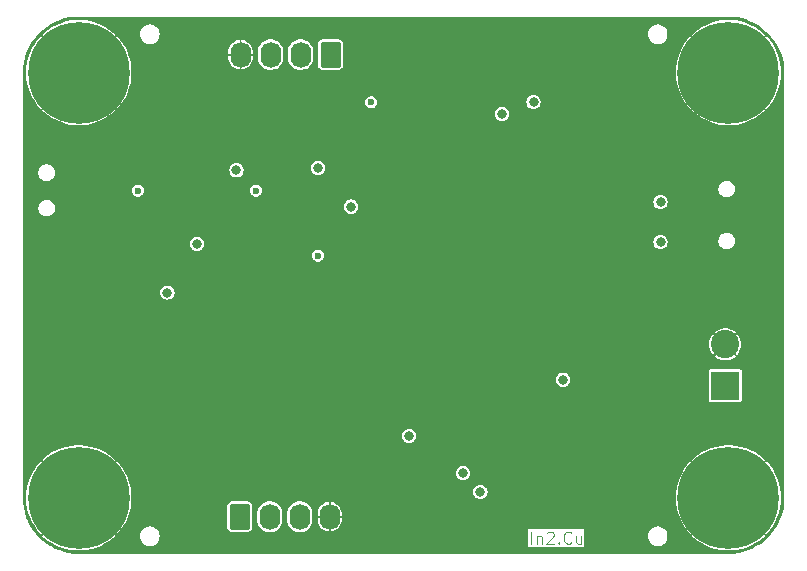
<source format=gbr>
%TF.GenerationSoftware,KiCad,Pcbnew,8.0.1*%
%TF.CreationDate,2024-04-03T13:36:13+02:00*%
%TF.ProjectId,stm32f405_v8,73746d33-3266-4343-9035-5f76382e6b69,rev?*%
%TF.SameCoordinates,Original*%
%TF.FileFunction,Copper,L3,Inr*%
%TF.FilePolarity,Positive*%
%FSLAX46Y46*%
G04 Gerber Fmt 4.6, Leading zero omitted, Abs format (unit mm)*
G04 Created by KiCad (PCBNEW 8.0.1) date 2024-04-03 13:36:13*
%MOMM*%
%LPD*%
G01*
G04 APERTURE LIST*
G04 Aperture macros list*
%AMRoundRect*
0 Rectangle with rounded corners*
0 $1 Rounding radius*
0 $2 $3 $4 $5 $6 $7 $8 $9 X,Y pos of 4 corners*
0 Add a 4 corners polygon primitive as box body*
4,1,4,$2,$3,$4,$5,$6,$7,$8,$9,$2,$3,0*
0 Add four circle primitives for the rounded corners*
1,1,$1+$1,$2,$3*
1,1,$1+$1,$4,$5*
1,1,$1+$1,$6,$7*
1,1,$1+$1,$8,$9*
0 Add four rect primitives between the rounded corners*
20,1,$1+$1,$2,$3,$4,$5,0*
20,1,$1+$1,$4,$5,$6,$7,0*
20,1,$1+$1,$6,$7,$8,$9,0*
20,1,$1+$1,$8,$9,$2,$3,0*%
G04 Aperture macros list end*
%ADD10C,0.100000*%
%TA.AperFunction,NonConductor*%
%ADD11C,0.100000*%
%TD*%
%TA.AperFunction,ComponentPad*%
%ADD12RoundRect,0.250000X-0.620000X-0.845000X0.620000X-0.845000X0.620000X0.845000X-0.620000X0.845000X0*%
%TD*%
%TA.AperFunction,ComponentPad*%
%ADD13O,1.740000X2.190000*%
%TD*%
%TA.AperFunction,ComponentPad*%
%ADD14RoundRect,0.250000X0.620000X0.845000X-0.620000X0.845000X-0.620000X-0.845000X0.620000X-0.845000X0*%
%TD*%
%TA.AperFunction,ComponentPad*%
%ADD15C,0.900000*%
%TD*%
%TA.AperFunction,ComponentPad*%
%ADD16C,8.600000*%
%TD*%
%TA.AperFunction,ComponentPad*%
%ADD17R,2.400000X2.400000*%
%TD*%
%TA.AperFunction,ComponentPad*%
%ADD18C,2.400000*%
%TD*%
%TA.AperFunction,ViaPad*%
%ADD19C,0.600000*%
%TD*%
%TA.AperFunction,ViaPad*%
%ADD20C,0.800000*%
%TD*%
G04 APERTURE END LIST*
D10*
D11*
X118303884Y-119872419D02*
X118303884Y-118872419D01*
X118780074Y-119205752D02*
X118780074Y-119872419D01*
X118780074Y-119300990D02*
X118827693Y-119253371D01*
X118827693Y-119253371D02*
X118922931Y-119205752D01*
X118922931Y-119205752D02*
X119065788Y-119205752D01*
X119065788Y-119205752D02*
X119161026Y-119253371D01*
X119161026Y-119253371D02*
X119208645Y-119348609D01*
X119208645Y-119348609D02*
X119208645Y-119872419D01*
X119637217Y-118967657D02*
X119684836Y-118920038D01*
X119684836Y-118920038D02*
X119780074Y-118872419D01*
X119780074Y-118872419D02*
X120018169Y-118872419D01*
X120018169Y-118872419D02*
X120113407Y-118920038D01*
X120113407Y-118920038D02*
X120161026Y-118967657D01*
X120161026Y-118967657D02*
X120208645Y-119062895D01*
X120208645Y-119062895D02*
X120208645Y-119158133D01*
X120208645Y-119158133D02*
X120161026Y-119300990D01*
X120161026Y-119300990D02*
X119589598Y-119872419D01*
X119589598Y-119872419D02*
X120208645Y-119872419D01*
X120637217Y-119777180D02*
X120684836Y-119824800D01*
X120684836Y-119824800D02*
X120637217Y-119872419D01*
X120637217Y-119872419D02*
X120589598Y-119824800D01*
X120589598Y-119824800D02*
X120637217Y-119777180D01*
X120637217Y-119777180D02*
X120637217Y-119872419D01*
X121684835Y-119777180D02*
X121637216Y-119824800D01*
X121637216Y-119824800D02*
X121494359Y-119872419D01*
X121494359Y-119872419D02*
X121399121Y-119872419D01*
X121399121Y-119872419D02*
X121256264Y-119824800D01*
X121256264Y-119824800D02*
X121161026Y-119729561D01*
X121161026Y-119729561D02*
X121113407Y-119634323D01*
X121113407Y-119634323D02*
X121065788Y-119443847D01*
X121065788Y-119443847D02*
X121065788Y-119300990D01*
X121065788Y-119300990D02*
X121113407Y-119110514D01*
X121113407Y-119110514D02*
X121161026Y-119015276D01*
X121161026Y-119015276D02*
X121256264Y-118920038D01*
X121256264Y-118920038D02*
X121399121Y-118872419D01*
X121399121Y-118872419D02*
X121494359Y-118872419D01*
X121494359Y-118872419D02*
X121637216Y-118920038D01*
X121637216Y-118920038D02*
X121684835Y-118967657D01*
X122541978Y-119205752D02*
X122541978Y-119872419D01*
X122113407Y-119205752D02*
X122113407Y-119729561D01*
X122113407Y-119729561D02*
X122161026Y-119824800D01*
X122161026Y-119824800D02*
X122256264Y-119872419D01*
X122256264Y-119872419D02*
X122399121Y-119872419D01*
X122399121Y-119872419D02*
X122494359Y-119824800D01*
X122494359Y-119824800D02*
X122541978Y-119777180D01*
D12*
%TO.N,+3.3V*%
%TO.C,J4*%
X93620000Y-117600000D03*
D13*
%TO.N,UART3_TX*%
X96160000Y-117600000D03*
%TO.N,UART3_RX*%
X98700000Y-117600000D03*
%TO.N,GND*%
X101240000Y-117600000D03*
%TD*%
D14*
%TO.N,+3.3V*%
%TO.C,J3*%
X101310000Y-78480000D03*
D13*
%TO.N,I2C_SCL*%
X98770000Y-78480000D03*
%TO.N,I2C_SDA*%
X96230000Y-78480000D03*
%TO.N,GND*%
X93690000Y-78480000D03*
%TD*%
D15*
%TO.N,GND*%
%TO.C,H2*%
X131775000Y-116000000D03*
X132719581Y-113719581D03*
X132719581Y-118280419D03*
X135000000Y-112775000D03*
D16*
X135000000Y-116000000D03*
D15*
X135000000Y-119225000D03*
X137280419Y-113719581D03*
X137280419Y-118280419D03*
X138225000Y-116000000D03*
%TD*%
D17*
%TO.N,+12V*%
%TO.C,J1*%
X134725000Y-106500000D03*
D18*
%TO.N,GND*%
X134725000Y-103000000D03*
%TD*%
D15*
%TO.N,GND*%
%TO.C,H1*%
X131775000Y-80000000D03*
X132719581Y-77719581D03*
X132719581Y-82280419D03*
X135000000Y-76775000D03*
D16*
X135000000Y-80000000D03*
D15*
X135000000Y-83225000D03*
X137280419Y-77719581D03*
X137280419Y-82280419D03*
X138225000Y-80000000D03*
%TD*%
%TO.N,GND*%
%TO.C,H4*%
X76775000Y-80000000D03*
X77719581Y-77719581D03*
X77719581Y-82280419D03*
X80000000Y-76775000D03*
D16*
X80000000Y-80000000D03*
D15*
X80000000Y-83225000D03*
X82280419Y-77719581D03*
X82280419Y-82280419D03*
X83225000Y-80000000D03*
%TD*%
%TO.N,GND*%
%TO.C,H3*%
X76775000Y-116000000D03*
X77719581Y-113719581D03*
X77719581Y-118280419D03*
X80000000Y-112775000D03*
D16*
X80000000Y-116000000D03*
D15*
X80000000Y-119225000D03*
X82280419Y-113719581D03*
X82280419Y-118280419D03*
X83225000Y-116000000D03*
%TD*%
D19*
%TO.N,GND*%
X97500000Y-102000000D03*
X96900000Y-83200000D03*
X100225000Y-90675000D03*
X96375000Y-106125000D03*
X109950000Y-89050000D03*
X98525000Y-106800000D03*
X99000000Y-83100000D03*
D20*
%TO.N,+3.3V*%
X121000000Y-106000000D03*
X107975000Y-110750000D03*
X100250000Y-88075000D03*
X112525000Y-113925000D03*
X114000000Y-115500000D03*
X103050000Y-91350000D03*
X87500000Y-98625000D03*
X115823800Y-83500000D03*
X90002400Y-94497600D03*
X93350000Y-88275000D03*
X118500000Y-82500000D03*
D19*
%TO.N,BOOT0*%
X95000000Y-90000000D03*
X85000000Y-90000000D03*
D20*
%TO.N,+5V*%
X129250000Y-94350000D03*
X129250000Y-90950000D03*
D19*
%TO.N,NRST*%
X104750000Y-82500000D03*
X100250000Y-95500000D03*
%TD*%
%TA.AperFunction,Conductor*%
%TO.N,GND*%
G36*
X135001649Y-75254572D02*
G01*
X135410316Y-75272414D01*
X135416836Y-75272984D01*
X135820819Y-75326170D01*
X135827245Y-75327304D01*
X136225026Y-75415489D01*
X136231346Y-75417183D01*
X136619926Y-75539703D01*
X136626091Y-75541946D01*
X136746819Y-75591952D01*
X137002520Y-75697867D01*
X137008444Y-75700630D01*
X137369841Y-75888762D01*
X137375506Y-75892032D01*
X137475596Y-75955796D01*
X137719138Y-76110950D01*
X137724512Y-76114713D01*
X138047747Y-76362740D01*
X138052772Y-76366957D01*
X138222635Y-76522608D01*
X138353160Y-76642212D01*
X138357793Y-76646845D01*
X138633042Y-76947227D01*
X138637259Y-76952252D01*
X138885286Y-77275487D01*
X138889049Y-77280861D01*
X139052659Y-77537677D01*
X139094437Y-77603255D01*
X139107962Y-77624484D01*
X139111242Y-77630166D01*
X139299364Y-77991545D01*
X139302137Y-77997490D01*
X139458053Y-78373908D01*
X139460296Y-78380073D01*
X139582816Y-78768653D01*
X139584514Y-78774990D01*
X139672692Y-79172737D01*
X139673832Y-79179197D01*
X139727014Y-79583155D01*
X139727585Y-79589691D01*
X139745428Y-79998350D01*
X139745500Y-80001630D01*
X139745500Y-115998369D01*
X139745428Y-116001649D01*
X139727585Y-116410308D01*
X139727014Y-116416844D01*
X139673832Y-116820802D01*
X139672692Y-116827262D01*
X139584514Y-117225009D01*
X139582816Y-117231346D01*
X139460296Y-117619926D01*
X139458053Y-117626091D01*
X139302137Y-118002509D01*
X139299364Y-118008454D01*
X139111242Y-118369833D01*
X139107962Y-118375515D01*
X138889049Y-118719138D01*
X138885286Y-118724512D01*
X138637259Y-119047747D01*
X138633042Y-119052772D01*
X138357793Y-119353154D01*
X138353154Y-119357793D01*
X138052772Y-119633042D01*
X138047747Y-119637259D01*
X137724512Y-119885286D01*
X137719138Y-119889049D01*
X137375515Y-120107962D01*
X137369833Y-120111242D01*
X137008454Y-120299364D01*
X137002509Y-120302137D01*
X136626091Y-120458053D01*
X136619926Y-120460296D01*
X136231346Y-120582816D01*
X136225009Y-120584514D01*
X135827262Y-120672692D01*
X135820802Y-120673832D01*
X135416844Y-120727014D01*
X135410308Y-120727585D01*
X135001649Y-120745428D01*
X134998369Y-120745500D01*
X80001631Y-120745500D01*
X79998351Y-120745428D01*
X79589691Y-120727585D01*
X79583155Y-120727014D01*
X79179197Y-120673832D01*
X79172737Y-120672692D01*
X78774990Y-120584514D01*
X78768653Y-120582816D01*
X78380073Y-120460296D01*
X78373908Y-120458053D01*
X77997490Y-120302137D01*
X77991545Y-120299364D01*
X77630166Y-120111242D01*
X77624484Y-120107962D01*
X77581377Y-120080500D01*
X77475507Y-120013053D01*
X77280861Y-119889049D01*
X77275487Y-119885286D01*
X76952252Y-119637259D01*
X76947227Y-119633042D01*
X76649209Y-119359959D01*
X76646839Y-119357787D01*
X76642212Y-119353160D01*
X76446924Y-119140041D01*
X76366957Y-119052772D01*
X76362740Y-119047747D01*
X76114713Y-118724512D01*
X76110950Y-118719138D01*
X76071051Y-118656509D01*
X75892032Y-118375506D01*
X75888762Y-118369841D01*
X75700630Y-118008444D01*
X75697867Y-118002520D01*
X75563585Y-117678333D01*
X75541946Y-117626091D01*
X75539703Y-117619926D01*
X75417183Y-117231346D01*
X75415489Y-117225026D01*
X75327304Y-116827245D01*
X75326170Y-116820819D01*
X75272984Y-116416836D01*
X75272414Y-116410308D01*
X75269894Y-116352600D01*
X75254572Y-116001649D01*
X75254536Y-116000000D01*
X75542551Y-116000000D01*
X75562734Y-116423697D01*
X75623103Y-116843578D01*
X75623103Y-116843580D01*
X75723109Y-117255811D01*
X75861847Y-117656668D01*
X76038051Y-118042502D01*
X76038063Y-118042525D01*
X76250154Y-118409877D01*
X76250155Y-118409878D01*
X76496205Y-118755408D01*
X76496214Y-118755420D01*
X76773989Y-119075989D01*
X76773997Y-119075997D01*
X76795620Y-119096614D01*
X76795622Y-119096614D01*
X78425838Y-117466397D01*
X78533601Y-117574160D01*
X76905948Y-119201812D01*
X77080997Y-119368719D01*
X77081000Y-119368722D01*
X77414419Y-119630925D01*
X77414434Y-119630936D01*
X77771276Y-119860264D01*
X78148294Y-120054631D01*
X78148316Y-120054641D01*
X78542109Y-120212292D01*
X78949114Y-120331800D01*
X79365637Y-120412078D01*
X79365640Y-120412079D01*
X79787895Y-120452399D01*
X79787899Y-120452400D01*
X80212101Y-120452400D01*
X80212104Y-120452399D01*
X80634359Y-120412079D01*
X80634362Y-120412078D01*
X81050885Y-120331800D01*
X81457890Y-120212292D01*
X81851685Y-120054640D01*
X81851694Y-120054636D01*
X82228724Y-119860264D01*
X82585565Y-119630936D01*
X82585580Y-119630925D01*
X82918999Y-119368722D01*
X82919001Y-119368720D01*
X83043512Y-119250000D01*
X85164925Y-119250000D01*
X85183173Y-119423622D01*
X85183173Y-119423623D01*
X85237118Y-119589651D01*
X85237121Y-119589658D01*
X85324409Y-119740845D01*
X85441227Y-119870583D01*
X85441232Y-119870587D01*
X85582458Y-119973194D01*
X85582461Y-119973195D01*
X85582462Y-119973196D01*
X85741948Y-120044204D01*
X85912711Y-120080500D01*
X85912713Y-120080500D01*
X86087287Y-120080500D01*
X86087289Y-120080500D01*
X86258052Y-120044204D01*
X86417538Y-119973196D01*
X86558774Y-119870582D01*
X86675590Y-119740845D01*
X86688393Y-119718669D01*
X86762878Y-119589658D01*
X86762881Y-119589651D01*
X86782774Y-119528427D01*
X86816827Y-119423622D01*
X86835075Y-119250000D01*
X86816827Y-119076378D01*
X86782774Y-118971573D01*
X86762881Y-118910348D01*
X86762878Y-118910341D01*
X86675590Y-118759154D01*
X86558772Y-118629416D01*
X86558767Y-118629412D01*
X86417541Y-118526805D01*
X86355703Y-118499273D01*
X92549500Y-118499273D01*
X92552353Y-118529692D01*
X92552354Y-118529699D01*
X92552355Y-118529701D01*
X92597205Y-118657879D01*
X92597207Y-118657882D01*
X92677850Y-118767150D01*
X92786586Y-118847400D01*
X92787117Y-118847792D01*
X92787120Y-118847794D01*
X92805888Y-118854361D01*
X92915301Y-118892646D01*
X92929347Y-118893963D01*
X92945727Y-118895500D01*
X92945734Y-118895500D01*
X94294272Y-118895500D01*
X94308312Y-118894182D01*
X94324699Y-118892646D01*
X94452882Y-118847793D01*
X94562150Y-118767150D01*
X94642793Y-118657882D01*
X94687646Y-118529699D01*
X94689073Y-118514482D01*
X94690500Y-118499273D01*
X94690500Y-117930435D01*
X95089500Y-117930435D01*
X95127846Y-118123219D01*
X95130638Y-118137253D01*
X95211335Y-118332072D01*
X95328488Y-118507404D01*
X95328490Y-118507406D01*
X95328492Y-118507409D01*
X95477590Y-118656507D01*
X95477593Y-118656509D01*
X95477596Y-118656512D01*
X95652928Y-118773665D01*
X95847747Y-118854362D01*
X95985625Y-118881787D01*
X96054564Y-118895500D01*
X96054565Y-118895500D01*
X96265436Y-118895500D01*
X96317139Y-118885215D01*
X96472253Y-118854362D01*
X96667072Y-118773665D01*
X96842404Y-118656512D01*
X96991512Y-118507404D01*
X97108665Y-118332072D01*
X97189362Y-118137253D01*
X97230500Y-117930435D01*
X97629500Y-117930435D01*
X97667846Y-118123219D01*
X97670638Y-118137253D01*
X97751335Y-118332072D01*
X97868488Y-118507404D01*
X97868490Y-118507406D01*
X97868492Y-118507409D01*
X98017590Y-118656507D01*
X98017593Y-118656509D01*
X98017596Y-118656512D01*
X98192928Y-118773665D01*
X98387747Y-118854362D01*
X98525625Y-118881787D01*
X98594564Y-118895500D01*
X98594565Y-118895500D01*
X98805436Y-118895500D01*
X98857139Y-118885215D01*
X99012253Y-118854362D01*
X99207072Y-118773665D01*
X99382404Y-118656512D01*
X99531512Y-118507404D01*
X99648665Y-118332072D01*
X99729362Y-118137253D01*
X99770500Y-117930435D01*
X99770500Y-117925698D01*
X100217600Y-117925698D01*
X100256889Y-118123219D01*
X100256890Y-118123222D01*
X100333960Y-118309286D01*
X100445852Y-118476744D01*
X100445854Y-118476747D01*
X100588252Y-118619145D01*
X100588255Y-118619147D01*
X100755713Y-118731039D01*
X100941777Y-118808109D01*
X100941780Y-118808110D01*
X101139301Y-118847400D01*
X101163800Y-118847400D01*
X101163800Y-118195000D01*
X101316200Y-118195000D01*
X101316200Y-118847400D01*
X101340699Y-118847400D01*
X101538219Y-118808110D01*
X101538222Y-118808109D01*
X101724286Y-118731039D01*
X101891744Y-118619147D01*
X101891747Y-118619145D01*
X101897700Y-118613192D01*
X118048384Y-118613192D01*
X118048384Y-120131646D01*
X122797478Y-120131646D01*
X122797478Y-119250000D01*
X128164925Y-119250000D01*
X128183173Y-119423622D01*
X128183173Y-119423623D01*
X128237118Y-119589651D01*
X128237121Y-119589658D01*
X128324409Y-119740845D01*
X128441227Y-119870583D01*
X128441232Y-119870587D01*
X128582458Y-119973194D01*
X128582461Y-119973195D01*
X128582462Y-119973196D01*
X128741948Y-120044204D01*
X128912711Y-120080500D01*
X128912713Y-120080500D01*
X129087287Y-120080500D01*
X129087289Y-120080500D01*
X129258052Y-120044204D01*
X129417538Y-119973196D01*
X129558774Y-119870582D01*
X129675590Y-119740845D01*
X129688393Y-119718669D01*
X129762878Y-119589658D01*
X129762881Y-119589651D01*
X129782774Y-119528427D01*
X129816827Y-119423622D01*
X129835075Y-119250000D01*
X129816827Y-119076378D01*
X129782774Y-118971573D01*
X129762881Y-118910348D01*
X129762878Y-118910341D01*
X129675590Y-118759154D01*
X129558772Y-118629416D01*
X129558767Y-118629412D01*
X129417541Y-118526805D01*
X129258053Y-118455796D01*
X129201131Y-118443697D01*
X129087289Y-118419500D01*
X128912711Y-118419500D01*
X128827329Y-118437648D01*
X128741946Y-118455796D01*
X128582459Y-118526805D01*
X128441232Y-118629412D01*
X128441227Y-118629416D01*
X128324409Y-118759154D01*
X128237121Y-118910341D01*
X128237118Y-118910348D01*
X128183173Y-119076376D01*
X128183173Y-119076377D01*
X128164925Y-119249999D01*
X128164925Y-119250000D01*
X122797478Y-119250000D01*
X122797478Y-118613192D01*
X118048384Y-118613192D01*
X101897700Y-118613192D01*
X102034145Y-118476747D01*
X102034147Y-118476744D01*
X102146039Y-118309286D01*
X102223109Y-118123222D01*
X102223110Y-118123219D01*
X102262400Y-117925698D01*
X102262400Y-117676200D01*
X101835000Y-117676200D01*
X101835000Y-117523800D01*
X102262400Y-117523800D01*
X102262400Y-117274301D01*
X102223110Y-117076780D01*
X102223109Y-117076777D01*
X102146039Y-116890713D01*
X102034147Y-116723255D01*
X102034145Y-116723252D01*
X101891747Y-116580854D01*
X101891744Y-116580852D01*
X101724286Y-116468960D01*
X101538222Y-116391890D01*
X101538219Y-116391889D01*
X101340699Y-116352600D01*
X101316200Y-116352600D01*
X101316200Y-117005000D01*
X101163800Y-117005000D01*
X101163800Y-116352600D01*
X101139301Y-116352600D01*
X100941780Y-116391889D01*
X100941777Y-116391890D01*
X100755713Y-116468960D01*
X100588255Y-116580852D01*
X100588252Y-116580854D01*
X100445854Y-116723252D01*
X100445852Y-116723255D01*
X100333960Y-116890713D01*
X100256890Y-117076777D01*
X100256889Y-117076780D01*
X100217600Y-117274301D01*
X100217600Y-117523800D01*
X100645000Y-117523800D01*
X100645000Y-117676200D01*
X100217600Y-117676200D01*
X100217600Y-117925698D01*
X99770500Y-117925698D01*
X99770500Y-117269565D01*
X99763557Y-117234662D01*
X99741522Y-117123882D01*
X99729362Y-117062747D01*
X99648665Y-116867928D01*
X99531512Y-116692596D01*
X99531509Y-116692593D01*
X99531507Y-116692590D01*
X99382409Y-116543492D01*
X99382406Y-116543490D01*
X99382404Y-116543488D01*
X99207072Y-116426335D01*
X99200703Y-116423697D01*
X99123912Y-116391889D01*
X99012253Y-116345638D01*
X99012251Y-116345637D01*
X99012250Y-116345637D01*
X98805436Y-116304500D01*
X98805435Y-116304500D01*
X98594565Y-116304500D01*
X98594564Y-116304500D01*
X98387749Y-116345637D01*
X98387747Y-116345638D01*
X98192929Y-116426334D01*
X98017593Y-116543490D01*
X98017590Y-116543492D01*
X97868492Y-116692590D01*
X97868490Y-116692593D01*
X97751334Y-116867929D01*
X97670638Y-117062747D01*
X97670637Y-117062749D01*
X97629500Y-117269564D01*
X97629500Y-117930435D01*
X97230500Y-117930435D01*
X97230500Y-117269565D01*
X97223557Y-117234662D01*
X97201522Y-117123882D01*
X97189362Y-117062747D01*
X97108665Y-116867928D01*
X96991512Y-116692596D01*
X96991509Y-116692593D01*
X96991507Y-116692590D01*
X96842409Y-116543492D01*
X96842406Y-116543490D01*
X96842404Y-116543488D01*
X96667072Y-116426335D01*
X96660703Y-116423697D01*
X96583912Y-116391889D01*
X96472253Y-116345638D01*
X96472251Y-116345637D01*
X96472250Y-116345637D01*
X96265436Y-116304500D01*
X96265435Y-116304500D01*
X96054565Y-116304500D01*
X96054564Y-116304500D01*
X95847749Y-116345637D01*
X95847747Y-116345638D01*
X95652929Y-116426334D01*
X95477593Y-116543490D01*
X95477590Y-116543492D01*
X95328492Y-116692590D01*
X95328490Y-116692593D01*
X95211334Y-116867929D01*
X95130638Y-117062747D01*
X95130637Y-117062749D01*
X95089500Y-117269564D01*
X95089500Y-117930435D01*
X94690500Y-117930435D01*
X94690500Y-116700726D01*
X94688869Y-116683343D01*
X94687646Y-116670301D01*
X94643273Y-116543490D01*
X94642794Y-116542120D01*
X94642792Y-116542117D01*
X94562150Y-116432850D01*
X94452882Y-116352207D01*
X94452879Y-116352205D01*
X94355470Y-116318121D01*
X94324699Y-116307354D01*
X94324694Y-116307353D01*
X94324692Y-116307353D01*
X94294273Y-116304500D01*
X94294266Y-116304500D01*
X92945734Y-116304500D01*
X92945727Y-116304500D01*
X92915307Y-116307353D01*
X92915303Y-116307353D01*
X92915301Y-116307354D01*
X92915298Y-116307354D01*
X92915298Y-116307355D01*
X92787120Y-116352205D01*
X92787117Y-116352207D01*
X92677850Y-116432850D01*
X92597207Y-116542117D01*
X92597205Y-116542120D01*
X92552355Y-116670298D01*
X92552353Y-116670307D01*
X92549500Y-116700726D01*
X92549500Y-118499273D01*
X86355703Y-118499273D01*
X86258053Y-118455796D01*
X86201131Y-118443697D01*
X86087289Y-118419500D01*
X85912711Y-118419500D01*
X85827329Y-118437648D01*
X85741946Y-118455796D01*
X85582459Y-118526805D01*
X85441232Y-118629412D01*
X85441227Y-118629416D01*
X85324409Y-118759154D01*
X85237121Y-118910341D01*
X85237118Y-118910348D01*
X85183173Y-119076376D01*
X85183173Y-119076377D01*
X85164925Y-119249999D01*
X85164925Y-119250000D01*
X83043512Y-119250000D01*
X83094050Y-119201812D01*
X81466398Y-117574160D01*
X81574160Y-117466398D01*
X83204376Y-119096614D01*
X83204377Y-119096614D01*
X83226011Y-119075988D01*
X83503785Y-118755420D01*
X83503794Y-118755408D01*
X83749844Y-118409878D01*
X83749845Y-118409877D01*
X83961936Y-118042525D01*
X83961948Y-118042502D01*
X84138152Y-117656668D01*
X84276890Y-117255811D01*
X84376896Y-116843580D01*
X84376896Y-116843578D01*
X84437265Y-116423697D01*
X84457448Y-116000000D01*
X84437265Y-115576302D01*
X84426295Y-115500000D01*
X113394318Y-115500000D01*
X113414956Y-115656763D01*
X113475463Y-115802839D01*
X113475465Y-115802842D01*
X113571717Y-115928282D01*
X113649801Y-115988197D01*
X113697159Y-116024536D01*
X113843238Y-116085044D01*
X114000000Y-116105682D01*
X114156762Y-116085044D01*
X114302841Y-116024536D01*
X114334817Y-116000000D01*
X130542551Y-116000000D01*
X130562734Y-116423697D01*
X130623103Y-116843578D01*
X130623103Y-116843580D01*
X130723109Y-117255811D01*
X130861847Y-117656668D01*
X131038051Y-118042502D01*
X131038063Y-118042525D01*
X131250154Y-118409877D01*
X131250155Y-118409878D01*
X131496205Y-118755408D01*
X131496214Y-118755420D01*
X131773989Y-119075989D01*
X131773997Y-119075997D01*
X131795620Y-119096614D01*
X131795622Y-119096614D01*
X133425838Y-117466397D01*
X133533601Y-117574160D01*
X131905948Y-119201812D01*
X132080997Y-119368719D01*
X132081000Y-119368722D01*
X132414419Y-119630925D01*
X132414434Y-119630936D01*
X132771276Y-119860264D01*
X133148294Y-120054631D01*
X133148316Y-120054641D01*
X133542109Y-120212292D01*
X133949114Y-120331800D01*
X134365637Y-120412078D01*
X134365640Y-120412079D01*
X134787895Y-120452399D01*
X134787899Y-120452400D01*
X135212101Y-120452400D01*
X135212104Y-120452399D01*
X135634359Y-120412079D01*
X135634362Y-120412078D01*
X136050885Y-120331800D01*
X136457890Y-120212292D01*
X136851685Y-120054640D01*
X136851694Y-120054636D01*
X137228724Y-119860264D01*
X137585565Y-119630936D01*
X137585580Y-119630925D01*
X137918999Y-119368722D01*
X137919001Y-119368720D01*
X138094050Y-119201812D01*
X136466398Y-117574160D01*
X136574160Y-117466398D01*
X138204376Y-119096614D01*
X138204377Y-119096614D01*
X138226011Y-119075988D01*
X138503785Y-118755420D01*
X138503794Y-118755408D01*
X138749844Y-118409878D01*
X138749845Y-118409877D01*
X138961936Y-118042525D01*
X138961948Y-118042502D01*
X139138152Y-117656668D01*
X139276890Y-117255811D01*
X139376896Y-116843580D01*
X139376896Y-116843578D01*
X139437265Y-116423697D01*
X139457448Y-116000000D01*
X139437265Y-115576302D01*
X139376896Y-115156421D01*
X139376896Y-115156419D01*
X139276890Y-114744188D01*
X139138152Y-114343331D01*
X138961948Y-113957497D01*
X138961936Y-113957474D01*
X138749845Y-113590122D01*
X138749844Y-113590121D01*
X138503794Y-113244591D01*
X138503785Y-113244579D01*
X138226010Y-112924010D01*
X138226002Y-112924002D01*
X138204378Y-112903384D01*
X138204376Y-112903384D01*
X136574159Y-114533600D01*
X136466398Y-114425839D01*
X138094050Y-112798186D01*
X137919002Y-112631280D01*
X137918999Y-112631277D01*
X137585580Y-112369074D01*
X137585565Y-112369063D01*
X137228724Y-112139735D01*
X136851694Y-111945363D01*
X136851685Y-111945359D01*
X136457890Y-111787707D01*
X136050885Y-111668199D01*
X135634362Y-111587921D01*
X135634359Y-111587920D01*
X135212104Y-111547600D01*
X134787895Y-111547600D01*
X134365640Y-111587920D01*
X134365637Y-111587921D01*
X133949114Y-111668199D01*
X133542109Y-111787707D01*
X133148316Y-111945358D01*
X133148294Y-111945368D01*
X132771276Y-112139735D01*
X132414434Y-112369063D01*
X132414419Y-112369074D01*
X132081000Y-112631277D01*
X132080997Y-112631280D01*
X131905948Y-112798186D01*
X133533601Y-114425839D01*
X133425839Y-114533601D01*
X131795622Y-112903384D01*
X131795621Y-112903384D01*
X131773993Y-112924006D01*
X131496214Y-113244579D01*
X131496205Y-113244591D01*
X131250155Y-113590121D01*
X131250154Y-113590122D01*
X131038063Y-113957474D01*
X131038051Y-113957497D01*
X130861847Y-114343331D01*
X130723109Y-114744188D01*
X130623103Y-115156419D01*
X130623103Y-115156421D01*
X130562734Y-115576302D01*
X130542551Y-116000000D01*
X114334817Y-116000000D01*
X114428282Y-115928282D01*
X114524536Y-115802841D01*
X114585044Y-115656762D01*
X114605682Y-115500000D01*
X114585044Y-115343238D01*
X114524536Y-115197159D01*
X114488197Y-115149801D01*
X114428282Y-115071717D01*
X114302842Y-114975465D01*
X114302841Y-114975464D01*
X114302839Y-114975463D01*
X114156763Y-114914956D01*
X114000000Y-114894318D01*
X113843236Y-114914956D01*
X113697160Y-114975463D01*
X113697157Y-114975465D01*
X113571717Y-115071717D01*
X113475465Y-115197157D01*
X113475463Y-115197160D01*
X113414956Y-115343236D01*
X113394318Y-115500000D01*
X84426295Y-115500000D01*
X84376896Y-115156421D01*
X84376896Y-115156419D01*
X84276890Y-114744188D01*
X84138152Y-114343331D01*
X83961948Y-113957497D01*
X83961936Y-113957474D01*
X83943187Y-113925000D01*
X111919318Y-113925000D01*
X111939956Y-114081763D01*
X112000463Y-114227839D01*
X112000465Y-114227842D01*
X112096717Y-114353282D01*
X112174801Y-114413197D01*
X112222159Y-114449536D01*
X112368238Y-114510044D01*
X112525000Y-114530682D01*
X112681762Y-114510044D01*
X112827841Y-114449536D01*
X112953282Y-114353282D01*
X113049536Y-114227841D01*
X113110044Y-114081762D01*
X113130682Y-113925000D01*
X113110044Y-113768238D01*
X113049536Y-113622159D01*
X113013197Y-113574801D01*
X112953282Y-113496717D01*
X112827842Y-113400465D01*
X112827841Y-113400464D01*
X112827839Y-113400463D01*
X112681763Y-113339956D01*
X112525000Y-113319318D01*
X112368236Y-113339956D01*
X112222160Y-113400463D01*
X112222157Y-113400465D01*
X112096717Y-113496717D01*
X112000465Y-113622157D01*
X112000463Y-113622160D01*
X111939956Y-113768236D01*
X111919318Y-113925000D01*
X83943187Y-113925000D01*
X83749845Y-113590122D01*
X83749844Y-113590121D01*
X83503794Y-113244591D01*
X83503785Y-113244579D01*
X83226010Y-112924010D01*
X83226002Y-112924002D01*
X83204378Y-112903384D01*
X83204376Y-112903384D01*
X81574159Y-114533600D01*
X81466398Y-114425839D01*
X83094050Y-112798186D01*
X82919002Y-112631280D01*
X82918999Y-112631277D01*
X82585580Y-112369074D01*
X82585565Y-112369063D01*
X82228724Y-112139735D01*
X81851694Y-111945363D01*
X81851685Y-111945359D01*
X81457890Y-111787707D01*
X81050885Y-111668199D01*
X80634362Y-111587921D01*
X80634359Y-111587920D01*
X80212104Y-111547600D01*
X79787895Y-111547600D01*
X79365640Y-111587920D01*
X79365637Y-111587921D01*
X78949114Y-111668199D01*
X78542109Y-111787707D01*
X78148316Y-111945358D01*
X78148294Y-111945368D01*
X77771276Y-112139735D01*
X77414434Y-112369063D01*
X77414419Y-112369074D01*
X77081000Y-112631277D01*
X77080997Y-112631280D01*
X76905948Y-112798186D01*
X78533601Y-114425839D01*
X78425839Y-114533601D01*
X76795622Y-112903384D01*
X76795621Y-112903384D01*
X76773993Y-112924006D01*
X76496214Y-113244579D01*
X76496205Y-113244591D01*
X76250155Y-113590121D01*
X76250154Y-113590122D01*
X76038063Y-113957474D01*
X76038051Y-113957497D01*
X75861847Y-114343331D01*
X75723109Y-114744188D01*
X75623103Y-115156419D01*
X75623103Y-115156421D01*
X75562734Y-115576302D01*
X75542551Y-116000000D01*
X75254536Y-116000000D01*
X75254500Y-115998369D01*
X75254500Y-110750000D01*
X107369318Y-110750000D01*
X107389956Y-110906763D01*
X107450463Y-111052839D01*
X107450465Y-111052842D01*
X107546717Y-111178282D01*
X107624801Y-111238197D01*
X107672159Y-111274536D01*
X107818238Y-111335044D01*
X107975000Y-111355682D01*
X108131762Y-111335044D01*
X108277841Y-111274536D01*
X108403282Y-111178282D01*
X108499536Y-111052841D01*
X108560044Y-110906762D01*
X108580682Y-110750000D01*
X108560044Y-110593238D01*
X108499536Y-110447159D01*
X108463197Y-110399801D01*
X108403282Y-110321717D01*
X108277842Y-110225465D01*
X108277841Y-110225464D01*
X108277839Y-110225463D01*
X108131763Y-110164956D01*
X107975000Y-110144318D01*
X107818236Y-110164956D01*
X107672160Y-110225463D01*
X107672157Y-110225465D01*
X107546717Y-110321717D01*
X107450465Y-110447157D01*
X107450463Y-110447160D01*
X107389956Y-110593236D01*
X107369318Y-110750000D01*
X75254500Y-110750000D01*
X75254500Y-107719748D01*
X133324500Y-107719748D01*
X133336132Y-107778229D01*
X133336133Y-107778231D01*
X133380448Y-107844552D01*
X133446769Y-107888867D01*
X133476010Y-107894683D01*
X133505251Y-107900500D01*
X133505252Y-107900500D01*
X135944749Y-107900500D01*
X135964242Y-107896622D01*
X136003231Y-107888867D01*
X136069552Y-107844552D01*
X136113867Y-107778231D01*
X136125500Y-107719748D01*
X136125500Y-105280252D01*
X136113867Y-105221769D01*
X136069552Y-105155448D01*
X136003231Y-105111133D01*
X136003229Y-105111132D01*
X135944749Y-105099500D01*
X135944748Y-105099500D01*
X133505252Y-105099500D01*
X133505251Y-105099500D01*
X133446770Y-105111132D01*
X133446768Y-105111133D01*
X133380448Y-105155448D01*
X133336133Y-105221768D01*
X133336132Y-105221770D01*
X133324500Y-105280251D01*
X133324500Y-107719748D01*
X75254500Y-107719748D01*
X75254500Y-106000000D01*
X120394318Y-106000000D01*
X120414956Y-106156763D01*
X120475463Y-106302839D01*
X120475465Y-106302842D01*
X120571717Y-106428282D01*
X120649801Y-106488197D01*
X120697159Y-106524536D01*
X120843238Y-106585044D01*
X121000000Y-106605682D01*
X121156762Y-106585044D01*
X121302841Y-106524536D01*
X121428282Y-106428282D01*
X121524536Y-106302841D01*
X121585044Y-106156762D01*
X121605682Y-106000000D01*
X121585044Y-105843238D01*
X121524536Y-105697159D01*
X121488197Y-105649801D01*
X121428282Y-105571717D01*
X121302842Y-105475465D01*
X121302841Y-105475464D01*
X121302839Y-105475463D01*
X121156763Y-105414956D01*
X121000000Y-105394318D01*
X120843236Y-105414956D01*
X120697160Y-105475463D01*
X120697157Y-105475465D01*
X120571717Y-105571717D01*
X120475465Y-105697157D01*
X120475463Y-105697160D01*
X120414956Y-105843236D01*
X120394318Y-106000000D01*
X75254500Y-106000000D01*
X75254500Y-103000001D01*
X133367965Y-103000001D01*
X133386472Y-103223357D01*
X133441494Y-103440631D01*
X133441496Y-103440639D01*
X133531520Y-103645871D01*
X133531520Y-103645873D01*
X133654109Y-103833508D01*
X133716237Y-103900997D01*
X133716239Y-103900998D01*
X134246855Y-103370382D01*
X134354617Y-103478144D01*
X133821905Y-104010855D01*
X133821905Y-104010857D01*
X133982773Y-104136065D01*
X134179879Y-104242733D01*
X134179881Y-104242734D01*
X134391865Y-104315508D01*
X134391875Y-104315511D01*
X134612933Y-104352399D01*
X134612940Y-104352400D01*
X134837060Y-104352400D01*
X134837066Y-104352399D01*
X135058124Y-104315511D01*
X135058134Y-104315508D01*
X135270118Y-104242734D01*
X135270120Y-104242733D01*
X135467226Y-104136065D01*
X135628093Y-104010857D01*
X135628093Y-104010855D01*
X135095382Y-103478144D01*
X135203145Y-103370382D01*
X135733760Y-103900997D01*
X135733761Y-103900997D01*
X135795892Y-103833507D01*
X135918476Y-103645879D01*
X135918479Y-103645871D01*
X136008503Y-103440639D01*
X136008505Y-103440631D01*
X136063527Y-103223357D01*
X136082035Y-103000001D01*
X136082035Y-102999998D01*
X136063527Y-102776642D01*
X136008505Y-102559368D01*
X136008503Y-102559360D01*
X135918479Y-102354128D01*
X135918479Y-102354126D01*
X135795890Y-102166491D01*
X135733760Y-102099001D01*
X135203144Y-102629617D01*
X135095382Y-102521855D01*
X135628093Y-101989143D01*
X135628093Y-101989141D01*
X135467225Y-101863933D01*
X135270120Y-101757266D01*
X135270118Y-101757265D01*
X135058134Y-101684491D01*
X135058124Y-101684488D01*
X134837066Y-101647600D01*
X134612933Y-101647600D01*
X134391875Y-101684488D01*
X134391865Y-101684491D01*
X134179881Y-101757265D01*
X134179879Y-101757266D01*
X133982774Y-101863933D01*
X133821905Y-101989141D01*
X133821905Y-101989143D01*
X134354617Y-102521855D01*
X134246855Y-102629617D01*
X133716238Y-102099000D01*
X133716238Y-102099001D01*
X133654109Y-102166491D01*
X133531520Y-102354126D01*
X133531520Y-102354128D01*
X133441496Y-102559360D01*
X133441494Y-102559368D01*
X133386472Y-102776642D01*
X133367965Y-102999998D01*
X133367965Y-103000001D01*
X75254500Y-103000001D01*
X75254500Y-98625000D01*
X86894318Y-98625000D01*
X86914956Y-98781763D01*
X86975463Y-98927839D01*
X86975465Y-98927842D01*
X87071717Y-99053282D01*
X87149801Y-99113197D01*
X87197159Y-99149536D01*
X87343238Y-99210044D01*
X87500000Y-99230682D01*
X87656762Y-99210044D01*
X87802841Y-99149536D01*
X87928282Y-99053282D01*
X88024536Y-98927841D01*
X88085044Y-98781762D01*
X88105682Y-98625000D01*
X88085044Y-98468238D01*
X88024536Y-98322159D01*
X87988197Y-98274801D01*
X87928282Y-98196717D01*
X87802842Y-98100465D01*
X87802841Y-98100464D01*
X87802839Y-98100463D01*
X87656763Y-98039956D01*
X87500000Y-98019318D01*
X87343236Y-98039956D01*
X87197160Y-98100463D01*
X87197157Y-98100465D01*
X87071717Y-98196717D01*
X86975465Y-98322157D01*
X86975463Y-98322160D01*
X86914956Y-98468236D01*
X86894318Y-98625000D01*
X75254500Y-98625000D01*
X75254500Y-95500000D01*
X99744353Y-95500000D01*
X99764835Y-95642459D01*
X99824622Y-95773372D01*
X99824624Y-95773375D01*
X99918872Y-95882143D01*
X100039947Y-95959953D01*
X100178039Y-96000500D01*
X100178042Y-96000500D01*
X100321958Y-96000500D01*
X100321961Y-96000500D01*
X100460053Y-95959953D01*
X100581128Y-95882143D01*
X100675377Y-95773373D01*
X100735165Y-95642457D01*
X100755647Y-95500000D01*
X100735165Y-95357543D01*
X100675377Y-95226627D01*
X100675375Y-95226624D01*
X100581127Y-95117856D01*
X100581125Y-95117855D01*
X100460051Y-95040046D01*
X100460052Y-95040046D01*
X100321963Y-94999500D01*
X100321961Y-94999500D01*
X100178039Y-94999500D01*
X100178036Y-94999500D01*
X100039948Y-95040046D01*
X99918874Y-95117855D01*
X99918872Y-95117856D01*
X99824624Y-95226624D01*
X99824622Y-95226627D01*
X99764835Y-95357540D01*
X99744353Y-95500000D01*
X75254500Y-95500000D01*
X75254500Y-94497600D01*
X89396718Y-94497600D01*
X89417356Y-94654363D01*
X89477863Y-94800439D01*
X89477865Y-94800442D01*
X89574117Y-94925882D01*
X89612954Y-94955682D01*
X89699559Y-95022136D01*
X89845638Y-95082644D01*
X90002400Y-95103282D01*
X90159162Y-95082644D01*
X90305241Y-95022136D01*
X90430682Y-94925882D01*
X90526936Y-94800441D01*
X90587444Y-94654362D01*
X90608082Y-94497600D01*
X90588650Y-94350000D01*
X128644318Y-94350000D01*
X128664956Y-94506763D01*
X128725463Y-94652839D01*
X128725465Y-94652842D01*
X128821717Y-94778282D01*
X128899801Y-94838197D01*
X128947159Y-94874536D01*
X129093238Y-94935044D01*
X129250000Y-94955682D01*
X129406762Y-94935044D01*
X129552841Y-94874536D01*
X129678282Y-94778282D01*
X129774536Y-94652841D01*
X129835044Y-94506762D01*
X129855682Y-94350000D01*
X129851600Y-94318993D01*
X134149500Y-94318993D01*
X134176420Y-94454328D01*
X134229225Y-94581811D01*
X134305886Y-94696542D01*
X134305888Y-94696544D01*
X134305890Y-94696547D01*
X134403452Y-94794109D01*
X134403455Y-94794111D01*
X134403458Y-94794114D01*
X134518189Y-94870775D01*
X134645672Y-94923580D01*
X134727165Y-94939790D01*
X134781005Y-94950500D01*
X134781007Y-94950500D01*
X134918995Y-94950500D01*
X134963901Y-94941566D01*
X135054328Y-94923580D01*
X135181811Y-94870775D01*
X135296542Y-94794114D01*
X135394114Y-94696542D01*
X135470775Y-94581811D01*
X135523580Y-94454328D01*
X135550500Y-94318993D01*
X135550500Y-94181007D01*
X135523580Y-94045672D01*
X135470775Y-93918189D01*
X135394114Y-93803458D01*
X135394111Y-93803455D01*
X135394109Y-93803452D01*
X135296547Y-93705890D01*
X135296544Y-93705888D01*
X135296542Y-93705886D01*
X135181811Y-93629225D01*
X135181809Y-93629224D01*
X135054331Y-93576421D01*
X135054329Y-93576420D01*
X134918995Y-93549500D01*
X134918993Y-93549500D01*
X134781007Y-93549500D01*
X134781005Y-93549500D01*
X134645670Y-93576420D01*
X134645668Y-93576421D01*
X134518190Y-93629224D01*
X134403455Y-93705888D01*
X134403452Y-93705890D01*
X134305890Y-93803452D01*
X134305888Y-93803455D01*
X134229224Y-93918190D01*
X134176421Y-94045668D01*
X134176420Y-94045670D01*
X134171717Y-94069317D01*
X134149500Y-94181007D01*
X134149500Y-94318993D01*
X129851600Y-94318993D01*
X129835044Y-94193238D01*
X129774536Y-94047159D01*
X129717681Y-93973064D01*
X129678282Y-93921717D01*
X129552842Y-93825465D01*
X129552841Y-93825464D01*
X129552839Y-93825463D01*
X129406763Y-93764956D01*
X129250000Y-93744318D01*
X129093236Y-93764956D01*
X128947160Y-93825463D01*
X128947157Y-93825465D01*
X128821717Y-93921717D01*
X128725465Y-94047157D01*
X128725463Y-94047160D01*
X128664956Y-94193236D01*
X128644318Y-94350000D01*
X90588650Y-94350000D01*
X90587444Y-94340838D01*
X90526936Y-94194759D01*
X90490597Y-94147401D01*
X90430682Y-94069317D01*
X90305242Y-93973065D01*
X90305241Y-93973064D01*
X90305239Y-93973063D01*
X90159163Y-93912556D01*
X90002400Y-93891918D01*
X89845636Y-93912556D01*
X89699560Y-93973063D01*
X89699557Y-93973065D01*
X89574117Y-94069317D01*
X89477865Y-94194757D01*
X89477863Y-94194760D01*
X89417356Y-94340836D01*
X89396718Y-94497600D01*
X75254500Y-94497600D01*
X75254500Y-91543994D01*
X76569500Y-91543994D01*
X76591152Y-91652842D01*
X76596420Y-91679328D01*
X76649225Y-91806811D01*
X76725886Y-91921542D01*
X76725888Y-91921544D01*
X76725890Y-91921547D01*
X76823452Y-92019109D01*
X76823455Y-92019111D01*
X76823458Y-92019114D01*
X76938189Y-92095775D01*
X77065672Y-92148580D01*
X77147165Y-92164790D01*
X77201005Y-92175500D01*
X77201007Y-92175500D01*
X77338995Y-92175500D01*
X77383901Y-92166566D01*
X77474328Y-92148580D01*
X77601811Y-92095775D01*
X77716542Y-92019114D01*
X77814114Y-91921542D01*
X77890775Y-91806811D01*
X77943580Y-91679328D01*
X77970500Y-91543993D01*
X77970500Y-91406007D01*
X77959359Y-91350000D01*
X102444318Y-91350000D01*
X102464956Y-91506763D01*
X102525463Y-91652839D01*
X102525465Y-91652842D01*
X102621717Y-91778282D01*
X102699801Y-91838197D01*
X102747159Y-91874536D01*
X102893238Y-91935044D01*
X103050000Y-91955682D01*
X103206762Y-91935044D01*
X103352841Y-91874536D01*
X103478282Y-91778282D01*
X103574536Y-91652841D01*
X103635044Y-91506762D01*
X103655682Y-91350000D01*
X103635044Y-91193238D01*
X103574536Y-91047159D01*
X103538197Y-90999801D01*
X103499984Y-90950000D01*
X128644318Y-90950000D01*
X128664956Y-91106763D01*
X128725463Y-91252839D01*
X128725465Y-91252842D01*
X128821717Y-91378282D01*
X128899801Y-91438197D01*
X128947159Y-91474536D01*
X129093238Y-91535044D01*
X129250000Y-91555682D01*
X129406762Y-91535044D01*
X129552841Y-91474536D01*
X129678282Y-91378282D01*
X129774536Y-91252841D01*
X129835044Y-91106762D01*
X129855682Y-90950000D01*
X129835044Y-90793238D01*
X129774536Y-90647159D01*
X129738197Y-90599801D01*
X129678282Y-90521717D01*
X129552842Y-90425465D01*
X129552841Y-90425464D01*
X129477156Y-90394114D01*
X129406763Y-90364956D01*
X129250000Y-90344318D01*
X129093236Y-90364956D01*
X128947160Y-90425463D01*
X128947157Y-90425465D01*
X128821717Y-90521717D01*
X128725465Y-90647157D01*
X128725463Y-90647160D01*
X128664956Y-90793236D01*
X128644318Y-90950000D01*
X103499984Y-90950000D01*
X103478282Y-90921717D01*
X103352842Y-90825465D01*
X103352841Y-90825464D01*
X103352839Y-90825463D01*
X103206763Y-90764956D01*
X103050000Y-90744318D01*
X102893236Y-90764956D01*
X102747160Y-90825463D01*
X102747157Y-90825465D01*
X102621717Y-90921717D01*
X102525465Y-91047157D01*
X102525463Y-91047160D01*
X102464956Y-91193236D01*
X102444318Y-91350000D01*
X77959359Y-91350000D01*
X77943580Y-91270672D01*
X77890775Y-91143189D01*
X77814114Y-91028458D01*
X77814111Y-91028455D01*
X77814109Y-91028452D01*
X77716547Y-90930890D01*
X77716544Y-90930888D01*
X77716542Y-90930886D01*
X77601811Y-90854225D01*
X77532376Y-90825464D01*
X77474331Y-90801421D01*
X77474329Y-90801420D01*
X77338995Y-90774500D01*
X77338993Y-90774500D01*
X77201007Y-90774500D01*
X77201005Y-90774500D01*
X77065670Y-90801420D01*
X77065668Y-90801421D01*
X76938190Y-90854224D01*
X76823455Y-90930888D01*
X76823452Y-90930890D01*
X76725890Y-91028452D01*
X76725888Y-91028455D01*
X76649224Y-91143190D01*
X76596421Y-91270668D01*
X76596420Y-91270670D01*
X76569500Y-91406005D01*
X76569500Y-91543994D01*
X75254500Y-91543994D01*
X75254500Y-90000000D01*
X84494353Y-90000000D01*
X84514835Y-90142459D01*
X84574622Y-90273372D01*
X84574624Y-90273375D01*
X84653979Y-90364956D01*
X84668872Y-90382143D01*
X84789947Y-90459953D01*
X84928039Y-90500500D01*
X84928042Y-90500500D01*
X85071958Y-90500500D01*
X85071961Y-90500500D01*
X85210053Y-90459953D01*
X85331128Y-90382143D01*
X85425377Y-90273373D01*
X85485165Y-90142457D01*
X85505647Y-90000000D01*
X94494353Y-90000000D01*
X94514835Y-90142459D01*
X94574622Y-90273372D01*
X94574624Y-90273375D01*
X94653979Y-90364956D01*
X94668872Y-90382143D01*
X94789947Y-90459953D01*
X94928039Y-90500500D01*
X94928042Y-90500500D01*
X95071958Y-90500500D01*
X95071961Y-90500500D01*
X95210053Y-90459953D01*
X95331128Y-90382143D01*
X95425377Y-90273373D01*
X95485165Y-90142457D01*
X95505647Y-90000000D01*
X95494000Y-89918993D01*
X134149500Y-89918993D01*
X134176420Y-90054328D01*
X134229225Y-90181811D01*
X134305886Y-90296542D01*
X134305888Y-90296544D01*
X134305890Y-90296547D01*
X134403452Y-90394109D01*
X134403455Y-90394111D01*
X134403458Y-90394114D01*
X134518189Y-90470775D01*
X134645672Y-90523580D01*
X134727165Y-90539790D01*
X134781005Y-90550500D01*
X134781007Y-90550500D01*
X134918995Y-90550500D01*
X134963901Y-90541566D01*
X135054328Y-90523580D01*
X135181811Y-90470775D01*
X135296542Y-90394114D01*
X135394114Y-90296542D01*
X135470775Y-90181811D01*
X135523580Y-90054328D01*
X135550500Y-89918993D01*
X135550500Y-89781007D01*
X135523580Y-89645672D01*
X135470775Y-89518189D01*
X135394114Y-89403458D01*
X135394111Y-89403455D01*
X135394109Y-89403452D01*
X135296547Y-89305890D01*
X135296544Y-89305888D01*
X135296542Y-89305886D01*
X135181811Y-89229225D01*
X135181809Y-89229224D01*
X135054331Y-89176421D01*
X135054329Y-89176420D01*
X134918995Y-89149500D01*
X134918993Y-89149500D01*
X134781007Y-89149500D01*
X134781005Y-89149500D01*
X134645670Y-89176420D01*
X134645668Y-89176421D01*
X134518190Y-89229224D01*
X134403455Y-89305888D01*
X134403452Y-89305890D01*
X134305890Y-89403452D01*
X134305888Y-89403455D01*
X134229224Y-89518190D01*
X134176421Y-89645668D01*
X134176420Y-89645670D01*
X134160318Y-89726624D01*
X134149500Y-89781007D01*
X134149500Y-89918993D01*
X95494000Y-89918993D01*
X95485165Y-89857543D01*
X95425377Y-89726627D01*
X95425375Y-89726624D01*
X95331127Y-89617856D01*
X95331125Y-89617855D01*
X95210051Y-89540046D01*
X95210052Y-89540046D01*
X95071963Y-89499500D01*
X95071961Y-89499500D01*
X94928039Y-89499500D01*
X94928036Y-89499500D01*
X94789948Y-89540046D01*
X94668874Y-89617855D01*
X94668872Y-89617856D01*
X94574624Y-89726624D01*
X94574622Y-89726627D01*
X94514835Y-89857540D01*
X94494353Y-90000000D01*
X85505647Y-90000000D01*
X85485165Y-89857543D01*
X85425377Y-89726627D01*
X85425375Y-89726624D01*
X85331127Y-89617856D01*
X85331125Y-89617855D01*
X85210051Y-89540046D01*
X85210052Y-89540046D01*
X85071963Y-89499500D01*
X85071961Y-89499500D01*
X84928039Y-89499500D01*
X84928036Y-89499500D01*
X84789948Y-89540046D01*
X84668874Y-89617855D01*
X84668872Y-89617856D01*
X84574624Y-89726624D01*
X84574622Y-89726627D01*
X84514835Y-89857540D01*
X84494353Y-90000000D01*
X75254500Y-90000000D01*
X75254500Y-88543994D01*
X76569500Y-88543994D01*
X76596420Y-88679329D01*
X76596421Y-88679331D01*
X76649224Y-88806809D01*
X76649225Y-88806811D01*
X76725886Y-88921542D01*
X76725888Y-88921544D01*
X76725890Y-88921547D01*
X76823452Y-89019109D01*
X76823455Y-89019111D01*
X76823458Y-89019114D01*
X76938189Y-89095775D01*
X77065672Y-89148580D01*
X77147165Y-89164790D01*
X77201005Y-89175500D01*
X77201007Y-89175500D01*
X77338995Y-89175500D01*
X77383901Y-89166566D01*
X77474328Y-89148580D01*
X77601811Y-89095775D01*
X77716542Y-89019114D01*
X77814114Y-88921542D01*
X77890775Y-88806811D01*
X77943580Y-88679328D01*
X77970500Y-88543993D01*
X77970500Y-88406007D01*
X77964897Y-88377841D01*
X77959790Y-88352165D01*
X77944441Y-88275000D01*
X92744318Y-88275000D01*
X92764956Y-88431763D01*
X92825463Y-88577839D01*
X92825465Y-88577842D01*
X92921717Y-88703282D01*
X92999801Y-88763197D01*
X93047159Y-88799536D01*
X93193238Y-88860044D01*
X93350000Y-88880682D01*
X93506762Y-88860044D01*
X93652841Y-88799536D01*
X93778282Y-88703282D01*
X93874536Y-88577841D01*
X93935044Y-88431762D01*
X93955682Y-88275000D01*
X93935044Y-88118238D01*
X93917134Y-88075000D01*
X99644318Y-88075000D01*
X99664956Y-88231763D01*
X99725463Y-88377839D01*
X99725465Y-88377842D01*
X99821717Y-88503282D01*
X99874775Y-88543994D01*
X99947159Y-88599536D01*
X100093238Y-88660044D01*
X100250000Y-88680682D01*
X100406762Y-88660044D01*
X100552841Y-88599536D01*
X100678282Y-88503282D01*
X100774536Y-88377841D01*
X100835044Y-88231762D01*
X100855682Y-88075000D01*
X100835044Y-87918238D01*
X100774536Y-87772159D01*
X100695624Y-87669318D01*
X100678282Y-87646717D01*
X100552842Y-87550465D01*
X100552841Y-87550464D01*
X100552839Y-87550463D01*
X100406763Y-87489956D01*
X100250000Y-87469318D01*
X100093236Y-87489956D01*
X99947160Y-87550463D01*
X99947157Y-87550465D01*
X99821717Y-87646717D01*
X99725465Y-87772157D01*
X99725463Y-87772160D01*
X99664956Y-87918236D01*
X99644318Y-88075000D01*
X93917134Y-88075000D01*
X93874536Y-87972159D01*
X93833160Y-87918236D01*
X93778282Y-87846717D01*
X93652842Y-87750465D01*
X93652841Y-87750464D01*
X93652839Y-87750463D01*
X93506763Y-87689956D01*
X93350000Y-87669318D01*
X93193236Y-87689956D01*
X93047160Y-87750463D01*
X93047157Y-87750465D01*
X92921717Y-87846717D01*
X92825465Y-87972157D01*
X92825463Y-87972160D01*
X92764956Y-88118236D01*
X92744318Y-88275000D01*
X77944441Y-88275000D01*
X77943580Y-88270672D01*
X77890775Y-88143189D01*
X77814114Y-88028458D01*
X77814111Y-88028455D01*
X77814109Y-88028452D01*
X77716547Y-87930890D01*
X77716544Y-87930888D01*
X77716542Y-87930886D01*
X77601811Y-87854225D01*
X77601809Y-87854224D01*
X77474331Y-87801421D01*
X77474329Y-87801420D01*
X77338995Y-87774500D01*
X77338993Y-87774500D01*
X77201007Y-87774500D01*
X77201005Y-87774500D01*
X77065670Y-87801420D01*
X77065668Y-87801421D01*
X76938190Y-87854224D01*
X76823455Y-87930888D01*
X76823452Y-87930890D01*
X76725890Y-88028452D01*
X76725888Y-88028455D01*
X76649224Y-88143190D01*
X76596421Y-88270668D01*
X76596420Y-88270670D01*
X76569500Y-88406005D01*
X76569500Y-88543994D01*
X75254500Y-88543994D01*
X75254500Y-80001630D01*
X75254536Y-80000000D01*
X75542551Y-80000000D01*
X75562734Y-80423697D01*
X75623103Y-80843578D01*
X75623103Y-80843580D01*
X75723109Y-81255811D01*
X75861847Y-81656668D01*
X76038051Y-82042502D01*
X76038063Y-82042525D01*
X76250154Y-82409877D01*
X76250155Y-82409878D01*
X76496205Y-82755408D01*
X76496214Y-82755420D01*
X76773989Y-83075989D01*
X76773997Y-83075997D01*
X76795620Y-83096614D01*
X76795622Y-83096614D01*
X78425838Y-81466397D01*
X78533601Y-81574160D01*
X76905948Y-83201812D01*
X77080997Y-83368719D01*
X77081000Y-83368722D01*
X77414419Y-83630925D01*
X77414434Y-83630936D01*
X77771276Y-83860264D01*
X78148294Y-84054631D01*
X78148316Y-84054641D01*
X78542109Y-84212292D01*
X78949114Y-84331800D01*
X79365637Y-84412078D01*
X79365640Y-84412079D01*
X79787895Y-84452399D01*
X79787899Y-84452400D01*
X80212101Y-84452400D01*
X80212104Y-84452399D01*
X80634359Y-84412079D01*
X80634362Y-84412078D01*
X81050885Y-84331800D01*
X81457890Y-84212292D01*
X81851685Y-84054640D01*
X81851694Y-84054636D01*
X82228724Y-83860264D01*
X82585565Y-83630936D01*
X82585580Y-83630925D01*
X82752065Y-83500000D01*
X115218118Y-83500000D01*
X115238756Y-83656763D01*
X115299263Y-83802839D01*
X115299265Y-83802842D01*
X115395517Y-83928282D01*
X115473601Y-83988197D01*
X115520959Y-84024536D01*
X115667038Y-84085044D01*
X115823800Y-84105682D01*
X115980562Y-84085044D01*
X116126641Y-84024536D01*
X116252082Y-83928282D01*
X116348336Y-83802841D01*
X116408844Y-83656762D01*
X116429482Y-83500000D01*
X116408844Y-83343238D01*
X116348336Y-83197159D01*
X116311997Y-83149801D01*
X116252082Y-83071717D01*
X116126642Y-82975465D01*
X116126641Y-82975464D01*
X116126639Y-82975463D01*
X115980563Y-82914956D01*
X115823800Y-82894318D01*
X115667036Y-82914956D01*
X115520960Y-82975463D01*
X115520957Y-82975465D01*
X115395517Y-83071717D01*
X115299265Y-83197157D01*
X115299263Y-83197160D01*
X115238756Y-83343236D01*
X115218118Y-83500000D01*
X82752065Y-83500000D01*
X82918999Y-83368722D01*
X82919001Y-83368720D01*
X83094050Y-83201812D01*
X81466398Y-81574160D01*
X81574160Y-81466398D01*
X83204376Y-83096614D01*
X83204377Y-83096614D01*
X83226011Y-83075988D01*
X83503785Y-82755420D01*
X83503794Y-82755408D01*
X83685669Y-82500000D01*
X104244353Y-82500000D01*
X104264835Y-82642459D01*
X104324622Y-82773372D01*
X104324624Y-82773375D01*
X104418872Y-82882143D01*
X104539947Y-82959953D01*
X104678039Y-83000500D01*
X104678042Y-83000500D01*
X104821958Y-83000500D01*
X104821961Y-83000500D01*
X104960053Y-82959953D01*
X105081128Y-82882143D01*
X105175377Y-82773373D01*
X105235165Y-82642457D01*
X105255647Y-82500000D01*
X117894318Y-82500000D01*
X117914956Y-82656763D01*
X117975463Y-82802839D01*
X117975465Y-82802842D01*
X118071717Y-82928282D01*
X118133207Y-82975464D01*
X118197159Y-83024536D01*
X118343238Y-83085044D01*
X118500000Y-83105682D01*
X118656762Y-83085044D01*
X118802841Y-83024536D01*
X118928282Y-82928282D01*
X119024536Y-82802841D01*
X119085044Y-82656762D01*
X119105682Y-82500000D01*
X119085044Y-82343238D01*
X119024536Y-82197159D01*
X118963684Y-82117855D01*
X118928282Y-82071717D01*
X118802842Y-81975465D01*
X118802841Y-81975464D01*
X118802839Y-81975463D01*
X118656763Y-81914956D01*
X118500000Y-81894318D01*
X118343236Y-81914956D01*
X118197160Y-81975463D01*
X118197157Y-81975465D01*
X118071717Y-82071717D01*
X117975465Y-82197157D01*
X117975463Y-82197160D01*
X117914956Y-82343236D01*
X117894318Y-82500000D01*
X105255647Y-82500000D01*
X105235165Y-82357543D01*
X105175377Y-82226627D01*
X105175375Y-82226624D01*
X105081127Y-82117856D01*
X105081125Y-82117855D01*
X105009334Y-82071718D01*
X104960053Y-82040047D01*
X104960052Y-82040046D01*
X104821963Y-81999500D01*
X104821961Y-81999500D01*
X104678039Y-81999500D01*
X104678036Y-81999500D01*
X104539948Y-82040046D01*
X104418874Y-82117855D01*
X104418872Y-82117856D01*
X104324624Y-82226624D01*
X104324622Y-82226627D01*
X104264835Y-82357540D01*
X104244353Y-82500000D01*
X83685669Y-82500000D01*
X83749844Y-82409878D01*
X83749845Y-82409877D01*
X83961936Y-82042525D01*
X83961948Y-82042502D01*
X84138152Y-81656668D01*
X84276890Y-81255811D01*
X84376896Y-80843580D01*
X84376896Y-80843578D01*
X84437265Y-80423697D01*
X84457448Y-80000000D01*
X130542551Y-80000000D01*
X130562734Y-80423697D01*
X130623103Y-80843578D01*
X130623103Y-80843580D01*
X130723109Y-81255811D01*
X130861847Y-81656668D01*
X131038051Y-82042502D01*
X131038063Y-82042525D01*
X131250154Y-82409877D01*
X131250155Y-82409878D01*
X131496205Y-82755408D01*
X131496214Y-82755420D01*
X131773989Y-83075989D01*
X131773997Y-83075997D01*
X131795620Y-83096614D01*
X131795622Y-83096614D01*
X133425838Y-81466397D01*
X133533601Y-81574160D01*
X131905948Y-83201812D01*
X132080997Y-83368719D01*
X132081000Y-83368722D01*
X132414419Y-83630925D01*
X132414434Y-83630936D01*
X132771276Y-83860264D01*
X133148294Y-84054631D01*
X133148316Y-84054641D01*
X133542109Y-84212292D01*
X133949114Y-84331800D01*
X134365637Y-84412078D01*
X134365640Y-84412079D01*
X134787895Y-84452399D01*
X134787899Y-84452400D01*
X135212101Y-84452400D01*
X135212104Y-84452399D01*
X135634359Y-84412079D01*
X135634362Y-84412078D01*
X136050885Y-84331800D01*
X136457890Y-84212292D01*
X136851685Y-84054640D01*
X136851694Y-84054636D01*
X137228724Y-83860264D01*
X137585565Y-83630936D01*
X137585580Y-83630925D01*
X137918999Y-83368722D01*
X137919001Y-83368720D01*
X138094050Y-83201812D01*
X136466398Y-81574160D01*
X136574160Y-81466398D01*
X138204376Y-83096614D01*
X138204377Y-83096614D01*
X138226011Y-83075988D01*
X138503785Y-82755420D01*
X138503794Y-82755408D01*
X138749844Y-82409878D01*
X138749845Y-82409877D01*
X138961936Y-82042525D01*
X138961948Y-82042502D01*
X139138152Y-81656668D01*
X139276890Y-81255811D01*
X139376896Y-80843580D01*
X139376896Y-80843578D01*
X139437265Y-80423697D01*
X139457448Y-80000000D01*
X139437265Y-79576302D01*
X139376896Y-79156421D01*
X139376896Y-79156419D01*
X139276890Y-78744188D01*
X139138152Y-78343331D01*
X138961948Y-77957497D01*
X138961936Y-77957474D01*
X138749845Y-77590122D01*
X138749844Y-77590121D01*
X138503794Y-77244591D01*
X138503785Y-77244579D01*
X138226010Y-76924010D01*
X138226002Y-76924002D01*
X138204378Y-76903384D01*
X138204376Y-76903384D01*
X136574159Y-78533600D01*
X136466398Y-78425839D01*
X138094050Y-76798186D01*
X137919002Y-76631280D01*
X137918999Y-76631277D01*
X137585580Y-76369074D01*
X137585565Y-76369063D01*
X137228724Y-76139735D01*
X136851694Y-75945363D01*
X136851685Y-75945359D01*
X136457890Y-75787707D01*
X136050885Y-75668199D01*
X135634362Y-75587921D01*
X135634359Y-75587920D01*
X135212104Y-75547600D01*
X134787895Y-75547600D01*
X134365640Y-75587920D01*
X134365637Y-75587921D01*
X133949114Y-75668199D01*
X133542109Y-75787707D01*
X133148316Y-75945358D01*
X133148294Y-75945368D01*
X132771276Y-76139735D01*
X132414434Y-76369063D01*
X132414419Y-76369074D01*
X132081000Y-76631277D01*
X132080997Y-76631280D01*
X131905948Y-76798186D01*
X133533601Y-78425839D01*
X133425839Y-78533601D01*
X131795622Y-76903384D01*
X131795621Y-76903384D01*
X131773993Y-76924006D01*
X131496214Y-77244579D01*
X131496205Y-77244591D01*
X131250155Y-77590121D01*
X131250154Y-77590122D01*
X131038063Y-77957474D01*
X131038051Y-77957497D01*
X130861847Y-78343331D01*
X130723109Y-78744188D01*
X130623103Y-79156419D01*
X130623103Y-79156421D01*
X130562734Y-79576302D01*
X130542551Y-80000000D01*
X84457448Y-80000000D01*
X84437265Y-79576302D01*
X84376896Y-79156421D01*
X84376896Y-79156419D01*
X84291812Y-78805698D01*
X92667600Y-78805698D01*
X92706889Y-79003219D01*
X92706890Y-79003222D01*
X92783960Y-79189286D01*
X92895852Y-79356744D01*
X92895854Y-79356747D01*
X93038252Y-79499145D01*
X93038255Y-79499147D01*
X93205713Y-79611039D01*
X93391777Y-79688109D01*
X93391780Y-79688110D01*
X93589301Y-79727400D01*
X93613800Y-79727400D01*
X93613800Y-79075000D01*
X93766200Y-79075000D01*
X93766200Y-79727400D01*
X93790699Y-79727400D01*
X93988219Y-79688110D01*
X93988222Y-79688109D01*
X94174286Y-79611039D01*
X94341744Y-79499147D01*
X94341747Y-79499145D01*
X94484145Y-79356747D01*
X94484147Y-79356744D01*
X94596039Y-79189286D01*
X94673109Y-79003222D01*
X94673110Y-79003219D01*
X94711458Y-78810435D01*
X95159500Y-78810435D01*
X95197846Y-79003219D01*
X95200638Y-79017253D01*
X95281335Y-79212072D01*
X95398488Y-79387404D01*
X95398490Y-79387406D01*
X95398492Y-79387409D01*
X95547590Y-79536507D01*
X95547593Y-79536509D01*
X95547596Y-79536512D01*
X95722928Y-79653665D01*
X95917747Y-79734362D01*
X96055625Y-79761787D01*
X96124564Y-79775500D01*
X96124565Y-79775500D01*
X96335436Y-79775500D01*
X96387139Y-79765215D01*
X96542253Y-79734362D01*
X96737072Y-79653665D01*
X96912404Y-79536512D01*
X97061512Y-79387404D01*
X97178665Y-79212072D01*
X97259362Y-79017253D01*
X97300500Y-78810435D01*
X97699500Y-78810435D01*
X97737846Y-79003219D01*
X97740638Y-79017253D01*
X97821335Y-79212072D01*
X97938488Y-79387404D01*
X97938490Y-79387406D01*
X97938492Y-79387409D01*
X98087590Y-79536507D01*
X98087593Y-79536509D01*
X98087596Y-79536512D01*
X98262928Y-79653665D01*
X98457747Y-79734362D01*
X98595625Y-79761787D01*
X98664564Y-79775500D01*
X98664565Y-79775500D01*
X98875436Y-79775500D01*
X98927139Y-79765215D01*
X99082253Y-79734362D01*
X99277072Y-79653665D01*
X99452404Y-79536512D01*
X99601512Y-79387404D01*
X99606945Y-79379273D01*
X100239500Y-79379273D01*
X100242353Y-79409692D01*
X100242354Y-79409699D01*
X100242355Y-79409701D01*
X100287205Y-79537879D01*
X100287207Y-79537882D01*
X100367850Y-79647150D01*
X100476586Y-79727400D01*
X100477117Y-79727792D01*
X100477120Y-79727794D01*
X100495888Y-79734361D01*
X100605301Y-79772646D01*
X100619347Y-79773963D01*
X100635727Y-79775500D01*
X100635734Y-79775500D01*
X101984272Y-79775500D01*
X101998312Y-79774182D01*
X102014699Y-79772646D01*
X102142882Y-79727793D01*
X102252150Y-79647150D01*
X102332793Y-79537882D01*
X102377646Y-79409699D01*
X102379073Y-79394482D01*
X102380500Y-79379273D01*
X102380500Y-77580726D01*
X102378869Y-77563343D01*
X102377646Y-77550301D01*
X102333273Y-77423490D01*
X102332794Y-77422120D01*
X102332792Y-77422117D01*
X102252150Y-77312850D01*
X102142882Y-77232207D01*
X102142879Y-77232205D01*
X102045470Y-77198121D01*
X102014699Y-77187354D01*
X102014694Y-77187353D01*
X102014692Y-77187353D01*
X101984273Y-77184500D01*
X101984266Y-77184500D01*
X100635734Y-77184500D01*
X100635727Y-77184500D01*
X100605307Y-77187353D01*
X100605303Y-77187353D01*
X100605301Y-77187354D01*
X100605298Y-77187354D01*
X100605298Y-77187355D01*
X100477120Y-77232205D01*
X100477117Y-77232207D01*
X100367850Y-77312850D01*
X100287207Y-77422117D01*
X100287205Y-77422120D01*
X100242355Y-77550298D01*
X100242353Y-77550307D01*
X100239500Y-77580726D01*
X100239500Y-79379273D01*
X99606945Y-79379273D01*
X99718665Y-79212072D01*
X99799362Y-79017253D01*
X99840500Y-78810435D01*
X99840500Y-78149565D01*
X99833557Y-78114662D01*
X99802153Y-77956780D01*
X99799362Y-77942747D01*
X99718665Y-77747928D01*
X99601512Y-77572596D01*
X99601509Y-77572593D01*
X99601507Y-77572590D01*
X99452409Y-77423492D01*
X99452406Y-77423490D01*
X99452404Y-77423488D01*
X99277072Y-77306335D01*
X99082253Y-77225638D01*
X99082251Y-77225637D01*
X99082250Y-77225637D01*
X98875436Y-77184500D01*
X98875435Y-77184500D01*
X98664565Y-77184500D01*
X98664564Y-77184500D01*
X98457749Y-77225637D01*
X98457747Y-77225638D01*
X98262929Y-77306334D01*
X98087593Y-77423490D01*
X98087590Y-77423492D01*
X97938492Y-77572590D01*
X97938490Y-77572593D01*
X97821334Y-77747929D01*
X97740638Y-77942747D01*
X97740637Y-77942749D01*
X97699500Y-78149564D01*
X97699500Y-78810435D01*
X97300500Y-78810435D01*
X97300500Y-78149565D01*
X97293557Y-78114662D01*
X97262153Y-77956780D01*
X97259362Y-77942747D01*
X97178665Y-77747928D01*
X97061512Y-77572596D01*
X97061509Y-77572593D01*
X97061507Y-77572590D01*
X96912409Y-77423492D01*
X96912406Y-77423490D01*
X96912404Y-77423488D01*
X96737072Y-77306335D01*
X96542253Y-77225638D01*
X96542251Y-77225637D01*
X96542250Y-77225637D01*
X96335436Y-77184500D01*
X96335435Y-77184500D01*
X96124565Y-77184500D01*
X96124564Y-77184500D01*
X95917749Y-77225637D01*
X95917747Y-77225638D01*
X95722929Y-77306334D01*
X95547593Y-77423490D01*
X95547590Y-77423492D01*
X95398492Y-77572590D01*
X95398490Y-77572593D01*
X95281334Y-77747929D01*
X95200638Y-77942747D01*
X95200637Y-77942749D01*
X95159500Y-78149564D01*
X95159500Y-78810435D01*
X94711458Y-78810435D01*
X94712400Y-78805698D01*
X94712400Y-78556200D01*
X94285000Y-78556200D01*
X94285000Y-78403800D01*
X94712400Y-78403800D01*
X94712400Y-78154301D01*
X94673110Y-77956780D01*
X94673109Y-77956777D01*
X94596039Y-77770713D01*
X94484147Y-77603255D01*
X94484145Y-77603252D01*
X94341747Y-77460854D01*
X94341744Y-77460852D01*
X94174286Y-77348960D01*
X93988222Y-77271890D01*
X93988219Y-77271889D01*
X93790699Y-77232600D01*
X93766200Y-77232600D01*
X93766200Y-77885000D01*
X93613800Y-77885000D01*
X93613800Y-77232600D01*
X93589301Y-77232600D01*
X93391780Y-77271889D01*
X93391777Y-77271890D01*
X93205713Y-77348960D01*
X93038255Y-77460852D01*
X93038252Y-77460854D01*
X92895854Y-77603252D01*
X92895852Y-77603255D01*
X92783960Y-77770713D01*
X92706890Y-77956777D01*
X92706889Y-77956780D01*
X92667600Y-78154301D01*
X92667600Y-78403800D01*
X93095000Y-78403800D01*
X93095000Y-78556200D01*
X92667600Y-78556200D01*
X92667600Y-78805698D01*
X84291812Y-78805698D01*
X84276890Y-78744188D01*
X84138152Y-78343331D01*
X83961948Y-77957497D01*
X83961936Y-77957474D01*
X83749845Y-77590122D01*
X83749844Y-77590121D01*
X83503794Y-77244591D01*
X83503785Y-77244579D01*
X83226010Y-76924010D01*
X83226002Y-76924002D01*
X83204378Y-76903384D01*
X83204376Y-76903384D01*
X81574159Y-78533600D01*
X81466398Y-78425839D01*
X83094050Y-76798186D01*
X83043513Y-76750000D01*
X85164925Y-76750000D01*
X85183173Y-76923622D01*
X85183173Y-76923623D01*
X85237118Y-77089651D01*
X85237121Y-77089658D01*
X85324409Y-77240845D01*
X85441227Y-77370583D01*
X85441232Y-77370587D01*
X85582458Y-77473194D01*
X85582461Y-77473195D01*
X85582462Y-77473196D01*
X85741948Y-77544204D01*
X85912711Y-77580500D01*
X85912713Y-77580500D01*
X86087287Y-77580500D01*
X86087289Y-77580500D01*
X86258052Y-77544204D01*
X86417538Y-77473196D01*
X86434526Y-77460854D01*
X86558767Y-77370587D01*
X86558765Y-77370587D01*
X86558774Y-77370582D01*
X86675590Y-77240845D01*
X86684370Y-77225637D01*
X86762878Y-77089658D01*
X86762881Y-77089651D01*
X86782774Y-77028427D01*
X86816827Y-76923622D01*
X86835075Y-76750000D01*
X128164925Y-76750000D01*
X128183173Y-76923622D01*
X128183173Y-76923623D01*
X128237118Y-77089651D01*
X128237121Y-77089658D01*
X128324409Y-77240845D01*
X128441227Y-77370583D01*
X128441232Y-77370587D01*
X128582458Y-77473194D01*
X128582461Y-77473195D01*
X128582462Y-77473196D01*
X128741948Y-77544204D01*
X128912711Y-77580500D01*
X128912713Y-77580500D01*
X129087287Y-77580500D01*
X129087289Y-77580500D01*
X129258052Y-77544204D01*
X129417538Y-77473196D01*
X129434526Y-77460854D01*
X129558767Y-77370587D01*
X129558765Y-77370587D01*
X129558774Y-77370582D01*
X129675590Y-77240845D01*
X129684370Y-77225637D01*
X129762878Y-77089658D01*
X129762881Y-77089651D01*
X129782774Y-77028427D01*
X129816827Y-76923622D01*
X129835075Y-76750000D01*
X129816827Y-76576378D01*
X129782774Y-76471573D01*
X129762881Y-76410348D01*
X129762878Y-76410341D01*
X129675590Y-76259154D01*
X129558772Y-76129416D01*
X129558767Y-76129412D01*
X129417541Y-76026805D01*
X129258053Y-75955796D01*
X129201131Y-75943697D01*
X129087289Y-75919500D01*
X128912711Y-75919500D01*
X128827329Y-75937648D01*
X128741946Y-75955796D01*
X128582459Y-76026805D01*
X128441232Y-76129412D01*
X128441227Y-76129416D01*
X128324409Y-76259154D01*
X128237121Y-76410341D01*
X128237118Y-76410348D01*
X128183173Y-76576376D01*
X128183173Y-76576377D01*
X128164925Y-76749999D01*
X128164925Y-76750000D01*
X86835075Y-76750000D01*
X86816827Y-76576378D01*
X86782774Y-76471573D01*
X86762881Y-76410348D01*
X86762878Y-76410341D01*
X86675590Y-76259154D01*
X86558772Y-76129416D01*
X86558767Y-76129412D01*
X86417541Y-76026805D01*
X86258053Y-75955796D01*
X86201131Y-75943697D01*
X86087289Y-75919500D01*
X85912711Y-75919500D01*
X85827329Y-75937648D01*
X85741946Y-75955796D01*
X85582459Y-76026805D01*
X85441232Y-76129412D01*
X85441227Y-76129416D01*
X85324409Y-76259154D01*
X85237121Y-76410341D01*
X85237118Y-76410348D01*
X85183173Y-76576376D01*
X85183173Y-76576377D01*
X85164925Y-76749999D01*
X85164925Y-76750000D01*
X83043513Y-76750000D01*
X82919002Y-76631280D01*
X82918999Y-76631277D01*
X82585580Y-76369074D01*
X82585565Y-76369063D01*
X82228724Y-76139735D01*
X81851694Y-75945363D01*
X81851685Y-75945359D01*
X81457890Y-75787707D01*
X81050885Y-75668199D01*
X80634362Y-75587921D01*
X80634359Y-75587920D01*
X80212104Y-75547600D01*
X79787895Y-75547600D01*
X79365640Y-75587920D01*
X79365637Y-75587921D01*
X78949114Y-75668199D01*
X78542109Y-75787707D01*
X78148316Y-75945358D01*
X78148294Y-75945368D01*
X77771276Y-76139735D01*
X77414434Y-76369063D01*
X77414419Y-76369074D01*
X77081000Y-76631277D01*
X77080997Y-76631280D01*
X76905948Y-76798186D01*
X78533601Y-78425839D01*
X78425839Y-78533601D01*
X76795622Y-76903384D01*
X76795621Y-76903384D01*
X76773993Y-76924006D01*
X76496214Y-77244579D01*
X76496205Y-77244591D01*
X76250155Y-77590121D01*
X76250154Y-77590122D01*
X76038063Y-77957474D01*
X76038051Y-77957497D01*
X75861847Y-78343331D01*
X75723109Y-78744188D01*
X75623103Y-79156419D01*
X75623103Y-79156421D01*
X75562734Y-79576302D01*
X75542551Y-80000000D01*
X75254536Y-80000000D01*
X75254572Y-79998350D01*
X75259205Y-79892237D01*
X75272414Y-79589681D01*
X75272985Y-79583155D01*
X75273446Y-79579656D01*
X75326170Y-79179176D01*
X75327303Y-79172758D01*
X75415490Y-78774967D01*
X75417183Y-78768653D01*
X75539703Y-78380073D01*
X75541946Y-78373908D01*
X75554611Y-78343331D01*
X75697871Y-77997470D01*
X75700625Y-77991564D01*
X75888767Y-77630147D01*
X75892025Y-77624503D01*
X76110956Y-77280851D01*
X76114706Y-77275496D01*
X76362742Y-76952249D01*
X76366957Y-76947227D01*
X76369802Y-76944122D01*
X76642223Y-76646827D01*
X76646827Y-76642223D01*
X76947229Y-76366954D01*
X76952252Y-76362740D01*
X77275496Y-76114706D01*
X77280851Y-76110956D01*
X77624503Y-75892025D01*
X77630147Y-75888767D01*
X77991564Y-75700625D01*
X77997470Y-75697871D01*
X78373910Y-75541945D01*
X78380073Y-75539703D01*
X78768653Y-75417183D01*
X78774967Y-75415490D01*
X79172758Y-75327303D01*
X79179176Y-75326170D01*
X79583165Y-75272984D01*
X79589681Y-75272414D01*
X79998351Y-75254572D01*
X80001631Y-75254500D01*
X80044875Y-75254500D01*
X134955125Y-75254500D01*
X134998369Y-75254500D01*
X135001649Y-75254572D01*
G37*
%TD.AperFunction*%
%TD*%
M02*

</source>
